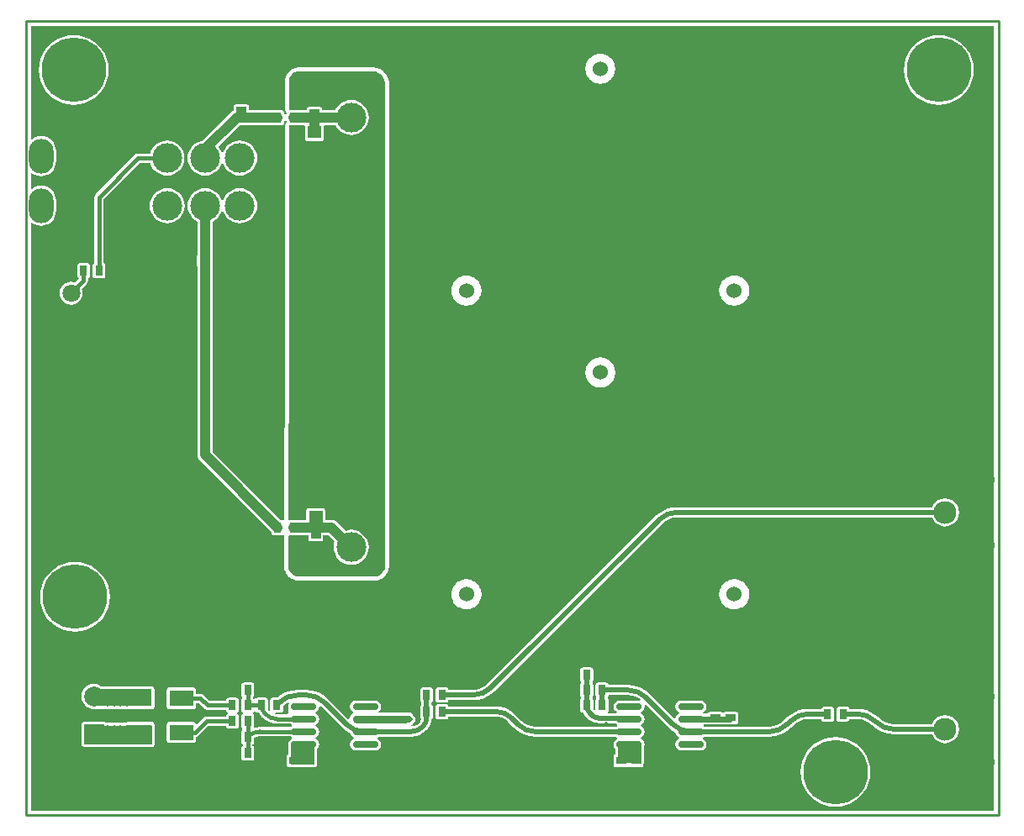
<source format=gtl>
G04 Layer_Physical_Order=1*
G04 Layer_Color=255*
%FSLAX25Y25*%
%MOIN*%
G70*
G01*
G75*
%ADD10C,0.05905*%
%ADD11C,0.01575*%
%ADD12C,0.01968*%
%ADD13R,0.09488X0.06496*%
%ADD14R,0.03150X0.03937*%
%ADD15O,0.10236X0.02756*%
%ADD16R,0.05315X0.05118*%
%ADD17R,0.03937X0.03150*%
%ADD18C,0.11811*%
%ADD19C,0.03937*%
%ADD20C,0.03150*%
%ADD21C,0.02362*%
%ADD22R,0.23500X0.07000*%
%ADD23R,0.24000X0.07500*%
%ADD24R,0.09182X0.08000*%
%ADD25C,0.01000*%
%ADD26C,0.11811*%
%ADD27C,0.06000*%
%ADD28C,0.07874*%
%ADD29R,0.07874X0.07874*%
%ADD30O,0.09842X0.13780*%
%ADD31C,0.07087*%
%ADD32C,0.25590*%
%ADD33C,0.09055*%
%ADD34C,0.13386*%
%ADD35C,0.01968*%
G36*
X383971Y1529D02*
X2029D01*
Y234809D01*
X2481Y235023D01*
X2824Y234742D01*
X3853Y234192D01*
X4969Y233853D01*
X6130Y233739D01*
X7291Y233853D01*
X8407Y234192D01*
X9436Y234742D01*
X10337Y235482D01*
X11077Y236383D01*
X11627Y237412D01*
X11965Y238528D01*
X12080Y239689D01*
Y243626D01*
X11965Y244787D01*
X11627Y245903D01*
X11077Y246932D01*
X10337Y247833D01*
X9436Y248573D01*
X8407Y249123D01*
X7291Y249462D01*
X6130Y249576D01*
X4969Y249462D01*
X3853Y249123D01*
X2824Y248573D01*
X2481Y248292D01*
X2029Y248505D01*
Y254495D01*
X2481Y254708D01*
X2824Y254427D01*
X3853Y253877D01*
X4969Y253538D01*
X6130Y253424D01*
X7291Y253538D01*
X8407Y253877D01*
X9436Y254427D01*
X10337Y255167D01*
X11077Y256068D01*
X11627Y257097D01*
X11965Y258213D01*
X12080Y259374D01*
Y263311D01*
X11965Y264472D01*
X11627Y265588D01*
X11077Y266617D01*
X10337Y267518D01*
X9436Y268258D01*
X8407Y268808D01*
X7291Y269147D01*
X6130Y269261D01*
X4969Y269147D01*
X3853Y268808D01*
X2824Y268258D01*
X2481Y267977D01*
X2029Y268191D01*
Y312971D01*
X383971D01*
Y1529D01*
D02*
G37*
%LPC*%
G36*
X19500Y100338D02*
X17335Y100168D01*
X15224Y99661D01*
X13218Y98830D01*
X11366Y97695D01*
X9715Y96285D01*
X8305Y94634D01*
X7170Y92782D01*
X6339Y90776D01*
X5832Y88665D01*
X5662Y86500D01*
X5832Y84335D01*
X6339Y82224D01*
X7170Y80218D01*
X8305Y78366D01*
X9715Y76715D01*
X11366Y75305D01*
X13218Y74170D01*
X15224Y73339D01*
X17335Y72832D01*
X19500Y72662D01*
X21665Y72832D01*
X23776Y73339D01*
X25782Y74170D01*
X27634Y75305D01*
X29285Y76715D01*
X30695Y78366D01*
X31830Y80218D01*
X32661Y82224D01*
X33168Y84335D01*
X33338Y86500D01*
X33168Y88665D01*
X32661Y90776D01*
X31830Y92782D01*
X30695Y94634D01*
X29285Y96285D01*
X27634Y97695D01*
X25782Y98830D01*
X23776Y99661D01*
X21665Y100168D01*
X19500Y100338D01*
D02*
G37*
G36*
X27000Y51980D02*
X25711Y51810D01*
X24510Y51313D01*
X23479Y50521D01*
X22688Y49490D01*
X22190Y48289D01*
X22020Y47000D01*
X22190Y45711D01*
X22688Y44510D01*
X23479Y43479D01*
X24510Y42687D01*
X25711Y42190D01*
X25962Y42157D01*
X26110Y42058D01*
X26500Y41980D01*
X32482D01*
X32500Y41977D01*
X32518Y41980D01*
X34982D01*
X35000Y41977D01*
X35018Y41980D01*
X37482D01*
X37500Y41977D01*
X37518Y41980D01*
X39982D01*
X40000Y41977D01*
X40018Y41980D01*
X50000D01*
X50390Y42058D01*
X50721Y42279D01*
X50942Y42610D01*
X51020Y43000D01*
Y50000D01*
X50942Y50390D01*
X50721Y50721D01*
X50390Y50942D01*
X50000Y51020D01*
X40018D01*
X40000Y51023D01*
X39982Y51020D01*
X37518D01*
X37500Y51023D01*
X37482Y51020D01*
X35018D01*
X35000Y51023D01*
X34982Y51020D01*
X32518D01*
X32500Y51023D01*
X32482Y51020D01*
X29871D01*
X29490Y51313D01*
X28289Y51810D01*
X27000Y51980D01*
D02*
G37*
G36*
X364500Y125576D02*
X363057Y125386D01*
X361712Y124829D01*
X360557Y123943D01*
X359671Y122788D01*
X359355Y122023D01*
X258142D01*
X258127Y122020D01*
X256262Y121874D01*
X254428Y121433D01*
X252685Y120711D01*
X251077Y119726D01*
X249654Y118510D01*
X249641Y118502D01*
X183022Y51883D01*
X182970Y51805D01*
X181828Y50868D01*
X180445Y50129D01*
X178943Y49673D01*
X177474Y49528D01*
X177382Y49547D01*
X167615D01*
X167548Y49882D01*
X167327Y50213D01*
X166997Y50434D01*
X166606Y50512D01*
X163457D01*
X163066Y50434D01*
X162736Y50213D01*
X162515Y49882D01*
X162437Y49492D01*
Y45555D01*
X162515Y45165D01*
X162736Y44834D01*
X163066Y44613D01*
X163457Y44536D01*
X166606D01*
X166997Y44613D01*
X167327Y44834D01*
X167548Y45165D01*
X167615Y45500D01*
X177382D01*
X177397Y45504D01*
X179262Y45650D01*
X181096Y46091D01*
X182839Y46813D01*
X184448Y47798D01*
X185870Y49014D01*
X185883Y49022D01*
X252502Y115641D01*
X252554Y115719D01*
X253696Y116656D01*
X255079Y117395D01*
X256581Y117851D01*
X258050Y117996D01*
X258142Y117977D01*
X359355D01*
X359671Y117213D01*
X360557Y116058D01*
X361712Y115172D01*
X363057Y114615D01*
X364500Y114425D01*
X365943Y114615D01*
X367287Y115172D01*
X368442Y116058D01*
X369328Y117213D01*
X369885Y118557D01*
X370075Y120000D01*
X369885Y121443D01*
X369328Y122788D01*
X368442Y123943D01*
X367287Y124829D01*
X365943Y125386D01*
X364500Y125576D01*
D02*
G37*
G36*
X280925Y93487D02*
X280859Y93474D01*
X280792Y93479D01*
X279507Y93309D01*
X279381Y93266D01*
X279250Y93240D01*
X278053Y92745D01*
X277942Y92671D01*
X277823Y92611D01*
X276795Y91823D01*
X276707Y91722D01*
X276606Y91635D01*
X275818Y90606D01*
X275759Y90487D01*
X275684Y90376D01*
X275189Y89179D01*
X275163Y89048D01*
X275120Y88922D01*
X274951Y87637D01*
X274959Y87504D01*
X274951Y87371D01*
X275120Y86086D01*
X275163Y85960D01*
X275189Y85829D01*
X275684Y84632D01*
X275759Y84521D01*
X275818Y84401D01*
X276606Y83373D01*
X276707Y83285D01*
X276795Y83185D01*
X277823Y82396D01*
X277942Y82337D01*
X278053Y82263D01*
X279250Y81767D01*
X279381Y81741D01*
X279507Y81699D01*
X280792Y81529D01*
X280859Y81534D01*
X280925Y81521D01*
X280991Y81534D01*
X281058Y81529D01*
X282343Y81699D01*
X282469Y81741D01*
X282600Y81767D01*
X283797Y82263D01*
X283908Y82337D01*
X284028Y82396D01*
X285056Y83185D01*
X285144Y83285D01*
X285244Y83373D01*
X286033Y84401D01*
X286092Y84521D01*
X286166Y84632D01*
X286662Y85829D01*
X286688Y85960D01*
X286731Y86086D01*
X286900Y87371D01*
X286891Y87504D01*
X286900Y87637D01*
X286731Y88922D01*
X286688Y89048D01*
X286662Y89179D01*
X286166Y90376D01*
X286092Y90487D01*
X286033Y90606D01*
X285244Y91635D01*
X285144Y91723D01*
X285056Y91823D01*
X284028Y92611D01*
X283908Y92671D01*
X283797Y92745D01*
X282600Y93240D01*
X282469Y93266D01*
X282343Y93309D01*
X281058Y93479D01*
X280991Y93474D01*
X280925Y93487D01*
D02*
G37*
G36*
X174744D02*
X174678Y93474D01*
X174611Y93479D01*
X173326Y93309D01*
X173200Y93266D01*
X173069Y93240D01*
X171872Y92745D01*
X171761Y92671D01*
X171642Y92611D01*
X170614Y91823D01*
X170526Y91723D01*
X170425Y91635D01*
X169636Y90606D01*
X169578Y90487D01*
X169503Y90376D01*
X169008Y89179D01*
X168982Y89048D01*
X168939Y88922D01*
X168770Y87637D01*
X168778Y87504D01*
X168770Y87371D01*
X168939Y86086D01*
X168982Y85960D01*
X169008Y85829D01*
X169503Y84632D01*
X169578Y84521D01*
X169636Y84401D01*
X170425Y83373D01*
X170526Y83285D01*
X170614Y83185D01*
X171642Y82396D01*
X171761Y82337D01*
X171872Y82263D01*
X173069Y81767D01*
X173200Y81741D01*
X173326Y81699D01*
X174611Y81529D01*
X174678Y81534D01*
X174744Y81521D01*
X174810Y81534D01*
X174877Y81529D01*
X176162Y81699D01*
X176288Y81741D01*
X176419Y81767D01*
X177616Y82263D01*
X177727Y82337D01*
X177847Y82396D01*
X178875Y83185D01*
X178963Y83285D01*
X179063Y83373D01*
X179852Y84401D01*
X179911Y84521D01*
X179985Y84632D01*
X180481Y85829D01*
X180507Y85960D01*
X180550Y86086D01*
X180719Y87371D01*
X180710Y87504D01*
X180719Y87637D01*
X180550Y88922D01*
X180507Y89048D01*
X180481Y89179D01*
X179985Y90376D01*
X179911Y90487D01*
X179852Y90606D01*
X179063Y91635D01*
X178963Y91723D01*
X178875Y91823D01*
X177847Y92611D01*
X177727Y92671D01*
X177616Y92745D01*
X176419Y93240D01*
X176288Y93266D01*
X176162Y93309D01*
X174877Y93479D01*
X174810Y93474D01*
X174744Y93487D01*
D02*
G37*
G36*
X89606Y52488D02*
X86457D01*
X86067Y52411D01*
X85736Y52189D01*
X85515Y51859D01*
X85437Y51468D01*
Y47532D01*
X85515Y47141D01*
X85736Y46810D01*
X85751Y46801D01*
Y46199D01*
X85736Y46189D01*
X85515Y45859D01*
X85437Y45469D01*
Y41532D01*
X85515Y41141D01*
X85736Y40810D01*
X86067Y40589D01*
X86067Y40589D01*
Y40080D01*
X86067Y40080D01*
X85736Y39859D01*
X85515Y39528D01*
X85437Y39138D01*
Y35201D01*
X85515Y34811D01*
X85736Y34480D01*
X85911Y34362D01*
X85925Y34323D01*
Y33846D01*
X85911Y33807D01*
X85736Y33689D01*
X85515Y33359D01*
X85437Y32969D01*
Y29032D01*
X85515Y28641D01*
X85736Y28310D01*
X86067Y28089D01*
X86209Y28061D01*
Y27439D01*
X86067Y27411D01*
X85736Y27189D01*
X85515Y26859D01*
X85437Y26469D01*
Y22532D01*
X85515Y22141D01*
X85736Y21811D01*
X86067Y21589D01*
X86457Y21512D01*
X89606D01*
X89996Y21589D01*
X90327Y21811D01*
X90548Y22141D01*
X90626Y22532D01*
Y26469D01*
X90548Y26859D01*
X90327Y27189D01*
X89996Y27411D01*
X89854Y27439D01*
Y28061D01*
X89996Y28089D01*
X90327Y28310D01*
X90548Y28641D01*
X90626Y29032D01*
Y30648D01*
X91557Y31034D01*
X92775Y31194D01*
X92860Y31178D01*
X105002D01*
X105627Y30760D01*
X105653Y30755D01*
Y30245D01*
X105627Y30240D01*
X104841Y29714D01*
X104315Y28928D01*
X104131Y28000D01*
X104298Y27156D01*
Y24080D01*
X104141Y24048D01*
X103811Y23827D01*
X103589Y23496D01*
X103512Y23106D01*
Y19957D01*
X103589Y19567D01*
X103811Y19236D01*
X104141Y19015D01*
X104532Y18937D01*
X108468D01*
X108686Y18980D01*
X110314D01*
X110531Y18937D01*
X114469D01*
X114859Y19015D01*
X115190Y19236D01*
X115216Y19276D01*
X115221Y19279D01*
X115442Y19610D01*
X115520Y20000D01*
Y26132D01*
X115750Y26286D01*
X116275Y27072D01*
X116460Y28000D01*
X116275Y28928D01*
X115750Y29714D01*
X114963Y30240D01*
X114937Y30245D01*
Y30755D01*
X114963Y30760D01*
X115750Y31286D01*
X116275Y32072D01*
X116460Y33000D01*
X116275Y33928D01*
X115750Y34714D01*
X114963Y35240D01*
X114937Y35245D01*
Y35755D01*
X114963Y35760D01*
X115750Y36286D01*
X116275Y37072D01*
X116460Y38000D01*
X116275Y38928D01*
X115750Y39714D01*
X114963Y40240D01*
X114937Y40245D01*
Y40755D01*
X114963Y40760D01*
X115750Y41286D01*
X116275Y42072D01*
X116460Y43000D01*
X116457Y43014D01*
X116886Y43271D01*
X116950Y43219D01*
X117002Y43141D01*
X125644Y34498D01*
X125657Y34490D01*
X127080Y33275D01*
X128681Y32294D01*
X128725Y32072D01*
X129250Y31286D01*
X130037Y30760D01*
X130062Y30755D01*
Y30245D01*
X130037Y30240D01*
X129250Y29714D01*
X128725Y28928D01*
X128540Y28000D01*
X128725Y27072D01*
X129250Y26286D01*
X130037Y25760D01*
X130965Y25576D01*
X138445D01*
X139373Y25760D01*
X140159Y26286D01*
X140685Y27072D01*
X140869Y28000D01*
X140685Y28928D01*
X140159Y29714D01*
X139469Y30176D01*
X139442Y30587D01*
X139471Y30730D01*
X139755Y30977D01*
X152672D01*
Y30973D01*
X154399Y31143D01*
X156060Y31647D01*
X157591Y32465D01*
X158933Y33567D01*
X158931Y33569D01*
X158959Y33612D01*
X159801Y34639D01*
X160451Y35854D01*
X160852Y37173D01*
X160940Y38075D01*
X161264Y38292D01*
X161485Y38623D01*
X161563Y39013D01*
Y42950D01*
X161485Y43340D01*
X161264Y43671D01*
X160992Y43853D01*
Y44652D01*
X161264Y44834D01*
X161485Y45165D01*
X161563Y45555D01*
Y49492D01*
X161485Y49882D01*
X161264Y50213D01*
X160933Y50434D01*
X160543Y50512D01*
X157394D01*
X157003Y50434D01*
X156673Y50213D01*
X156452Y49882D01*
X156374Y49492D01*
Y45555D01*
X156452Y45165D01*
X156673Y44834D01*
X156945Y44652D01*
Y43853D01*
X156673Y43671D01*
X156452Y43340D01*
X156374Y42950D01*
Y39013D01*
X156452Y38623D01*
X156673Y38292D01*
X156906Y38136D01*
X156858Y37767D01*
X156557Y37043D01*
X156107Y36456D01*
X156069Y36431D01*
X156018Y36353D01*
X155089Y35641D01*
X153923Y35158D01*
X153170Y35059D01*
X152989Y35539D01*
X153190Y35673D01*
X153410Y36004D01*
X153430Y36100D01*
X153931Y36435D01*
X154369Y37091D01*
X154523Y37865D01*
X154369Y38639D01*
X153931Y39296D01*
X153477Y39599D01*
X153410Y39933D01*
X153190Y40264D01*
X152859Y40485D01*
X152469Y40563D01*
X150759D01*
X150500Y40597D01*
X140029D01*
X139877Y41097D01*
X140159Y41286D01*
X140685Y42072D01*
X140869Y43000D01*
X140685Y43928D01*
X140159Y44714D01*
X139373Y45240D01*
X138445Y45425D01*
X130965D01*
X130037Y45240D01*
X129250Y44714D01*
X128725Y43928D01*
X128540Y43000D01*
X128725Y42072D01*
X129250Y41286D01*
X129880Y40864D01*
X129876Y40340D01*
X129867Y40318D01*
X129701Y40249D01*
X129164Y39836D01*
X128751Y39298D01*
X128491Y38672D01*
X128423Y38149D01*
X127947Y37918D01*
X119863Y46002D01*
X119850Y46010D01*
X118427Y47225D01*
X116819Y48211D01*
X115076Y48933D01*
X113242Y49373D01*
X111376Y49520D01*
X111361Y49523D01*
X107674D01*
X107659Y49520D01*
X105793Y49373D01*
X103959Y48933D01*
X102216Y48211D01*
X100608Y47225D01*
X99744Y46488D01*
X97957D01*
X97566Y46411D01*
X97236Y46189D01*
X97015Y45859D01*
X96937Y45469D01*
Y41532D01*
X96971Y41360D01*
X96517Y41078D01*
X96337Y41217D01*
X96289Y41289D01*
X96149Y41428D01*
X96063Y41892D01*
Y45469D01*
X95985Y45859D01*
X95764Y46189D01*
X95433Y46411D01*
X95043Y46488D01*
X91894D01*
X91504Y46411D01*
X91173Y46189D01*
X91127Y46121D01*
X90574Y46060D01*
X90312Y46308D01*
Y46801D01*
X90327Y46810D01*
X90548Y47141D01*
X90626Y47532D01*
Y51468D01*
X90548Y51859D01*
X90327Y52189D01*
X89996Y52411D01*
X89606Y52488D01*
D02*
G37*
G36*
X325606Y42988D02*
X322457D01*
X322066Y42911D01*
X321736Y42689D01*
X321515Y42359D01*
X321437Y41969D01*
Y38032D01*
X321515Y37641D01*
X321736Y37310D01*
X322066Y37089D01*
X322457Y37012D01*
X325606D01*
X325996Y37089D01*
X326327Y37310D01*
X326548Y37641D01*
X326615Y37977D01*
X329858D01*
X329950Y37995D01*
X331419Y37850D01*
X332921Y37395D01*
X334305Y36655D01*
X335446Y35719D01*
X335498Y35640D01*
X335640Y35499D01*
X335653Y35490D01*
X337076Y34275D01*
X338684Y33289D01*
X340427Y32567D01*
X342261Y32127D01*
X344127Y31980D01*
X344142Y31977D01*
X359355D01*
X359671Y31213D01*
X360557Y30058D01*
X361712Y29172D01*
X363057Y28615D01*
X364500Y28425D01*
X365943Y28615D01*
X367287Y29172D01*
X368442Y30058D01*
X369328Y31213D01*
X369885Y32557D01*
X370075Y34000D01*
X369885Y35443D01*
X369328Y36788D01*
X368442Y37943D01*
X367287Y38829D01*
X365943Y39386D01*
X364500Y39576D01*
X363057Y39386D01*
X361712Y38829D01*
X360557Y37943D01*
X359671Y36788D01*
X359355Y36023D01*
X344142D01*
X344050Y36005D01*
X342580Y36150D01*
X341079Y36605D01*
X339695Y37345D01*
X338554Y38282D01*
X338501Y38360D01*
X338359Y38502D01*
X338347Y38510D01*
X336924Y39725D01*
X335315Y40711D01*
X333573Y41433D01*
X331738Y41873D01*
X329873Y42020D01*
X329858Y42023D01*
X326615D01*
X326548Y42359D01*
X326327Y42689D01*
X325996Y42911D01*
X325606Y42988D01*
D02*
G37*
G36*
X321000Y30838D02*
X318835Y30668D01*
X316724Y30161D01*
X314718Y29330D01*
X312866Y28195D01*
X311215Y26785D01*
X309805Y25134D01*
X308670Y23282D01*
X307839Y21276D01*
X307332Y19165D01*
X307162Y17000D01*
X307332Y14835D01*
X307839Y12724D01*
X308670Y10718D01*
X309805Y8866D01*
X311215Y7215D01*
X312866Y5805D01*
X314718Y4670D01*
X316724Y3839D01*
X318835Y3332D01*
X321000Y3162D01*
X323165Y3332D01*
X325276Y3839D01*
X327282Y4670D01*
X329134Y5805D01*
X330785Y7215D01*
X332195Y8866D01*
X333330Y10718D01*
X334161Y12724D01*
X334668Y14835D01*
X334838Y17000D01*
X334668Y19165D01*
X334161Y21276D01*
X333330Y23282D01*
X332195Y25134D01*
X330785Y26785D01*
X329134Y28195D01*
X327282Y29330D01*
X325276Y30161D01*
X323165Y30668D01*
X321000Y30838D01*
D02*
G37*
G36*
X66492Y50520D02*
X57004D01*
X56614Y50442D01*
X56283Y50221D01*
X56062Y49890D01*
X55984Y49500D01*
Y43004D01*
X56062Y42614D01*
X56283Y42283D01*
X56614Y42062D01*
X57004Y41984D01*
X66492D01*
X66882Y42062D01*
X67213Y42283D01*
X67434Y42614D01*
X67512Y43004D01*
Y44430D01*
X68493D01*
X70711Y42211D01*
X70711Y42211D01*
X71303Y41816D01*
X72000Y41678D01*
X79374D01*
Y41532D01*
X79452Y41141D01*
X79673Y40810D01*
X80003Y40589D01*
X80004Y40589D01*
Y40080D01*
X80003Y40080D01*
X79673Y39859D01*
X79452Y39528D01*
X79374Y39138D01*
Y38992D01*
X71701D01*
X71701Y38992D01*
X71003Y38853D01*
X70412Y38458D01*
X70412Y38458D01*
X67991Y36037D01*
X67467Y36220D01*
X67434Y36386D01*
X67213Y36717D01*
X66882Y36938D01*
X66492Y37016D01*
X57004D01*
X56614Y36938D01*
X56283Y36717D01*
X56062Y36386D01*
X55984Y35996D01*
Y29500D01*
X56062Y29110D01*
X56283Y28779D01*
X56614Y28558D01*
X57004Y28480D01*
X66492D01*
X66882Y28558D01*
X67213Y28779D01*
X67434Y29110D01*
X67512Y29500D01*
Y30972D01*
X67977Y31064D01*
X68568Y31459D01*
X72456Y35347D01*
X79374D01*
Y35201D01*
X79452Y34811D01*
X79673Y34480D01*
X80003Y34259D01*
X80394Y34181D01*
X83543D01*
X83934Y34259D01*
X84264Y34480D01*
X84485Y34811D01*
X84563Y35201D01*
Y39138D01*
X84485Y39528D01*
X84264Y39859D01*
X83934Y40080D01*
X83933Y40080D01*
Y40589D01*
X83934Y40589D01*
X84264Y40810D01*
X84485Y41141D01*
X84563Y41532D01*
Y45469D01*
X84485Y45859D01*
X84264Y46189D01*
X83934Y46411D01*
X83543Y46488D01*
X80394D01*
X80003Y46411D01*
X79673Y46189D01*
X79452Y45859D01*
X79374Y45469D01*
Y45322D01*
X72755D01*
X70537Y47541D01*
X69945Y47936D01*
X69248Y48074D01*
X69248Y48074D01*
X67512D01*
Y49500D01*
X67434Y49890D01*
X67213Y50221D01*
X66882Y50442D01*
X66492Y50520D01*
D02*
G37*
G36*
X49996Y37016D02*
X40508D01*
X40118Y36938D01*
X39787Y36717D01*
X39655Y36520D01*
X37518D01*
X37500Y36523D01*
X37482Y36520D01*
X35018D01*
X35000Y36523D01*
X34982Y36520D01*
X32518D01*
X32500Y36523D01*
X32482Y36520D01*
X31750D01*
X31658Y36658D01*
X31327Y36879D01*
X30937Y36957D01*
X23063D01*
X22673Y36879D01*
X22342Y36658D01*
X22121Y36327D01*
X22043Y35937D01*
Y28063D01*
X22121Y27673D01*
X22342Y27342D01*
X22673Y27121D01*
X23063Y27043D01*
X25683D01*
X26000Y26980D01*
X50000D01*
X50390Y27058D01*
X50721Y27279D01*
X50942Y27610D01*
X51020Y28000D01*
Y35500D01*
X51016Y35520D01*
Y35996D01*
X50938Y36386D01*
X50717Y36717D01*
X50386Y36938D01*
X49996Y37016D01*
D02*
G37*
G36*
X224043Y58488D02*
X220894D01*
X220503Y58411D01*
X220173Y58189D01*
X219952Y57859D01*
X219874Y57468D01*
Y53531D01*
X219952Y53141D01*
X220173Y52811D01*
X220198Y52794D01*
Y52206D01*
X220173Y52189D01*
X219952Y51859D01*
X219874Y51468D01*
Y47532D01*
X219952Y47141D01*
X220173Y46811D01*
Y46213D01*
X219952Y45882D01*
X219874Y45492D01*
Y41555D01*
X219952Y41164D01*
X220173Y40834D01*
X220503Y40613D01*
X220894Y40535D01*
X221172D01*
X221602Y39731D01*
X222412Y38743D01*
X222446Y38693D01*
X223070Y38069D01*
X223090Y38036D01*
X223445Y37764D01*
X224252Y37145D01*
X225606Y36584D01*
X226720Y36437D01*
X227059Y36369D01*
X233785D01*
X233841Y36286D01*
X234531Y35824D01*
X234558Y35413D01*
X234529Y35270D01*
X234245Y35023D01*
X202142D01*
X202050Y35005D01*
X200581Y35149D01*
X199079Y35605D01*
X197695Y36345D01*
X196554Y37281D01*
X196502Y37359D01*
X193931Y39931D01*
X193885Y39961D01*
X192675Y40995D01*
X191271Y41855D01*
X189751Y42485D01*
X188150Y42869D01*
X186564Y42994D01*
X186510Y43004D01*
X167615D01*
X167548Y43340D01*
X167327Y43671D01*
X166997Y43892D01*
X166606Y43969D01*
X163457D01*
X163066Y43892D01*
X162736Y43671D01*
X162515Y43340D01*
X162437Y42950D01*
Y39013D01*
X162515Y38623D01*
X162736Y38292D01*
X163066Y38071D01*
X163457Y37993D01*
X166606D01*
X166997Y38071D01*
X167327Y38292D01*
X167548Y38623D01*
X167615Y38958D01*
X186510D01*
X186577Y38972D01*
X187772Y38854D01*
X188985Y38486D01*
X190103Y37888D01*
X191031Y37126D01*
X191069Y37069D01*
X193640Y34498D01*
X193653Y34490D01*
X195076Y33275D01*
X196685Y32289D01*
X198427Y31567D01*
X200262Y31127D01*
X202127Y30980D01*
X202142Y30977D01*
X234303D01*
X234627Y30760D01*
X234653Y30755D01*
Y30245D01*
X234627Y30240D01*
X233841Y29714D01*
X233315Y28928D01*
X233131Y28000D01*
X233315Y27072D01*
X233798Y26349D01*
Y24080D01*
X233641Y24048D01*
X233311Y23827D01*
X233089Y23496D01*
X233012Y23106D01*
Y19957D01*
X233089Y19567D01*
X233311Y19236D01*
X233641Y19015D01*
X234032Y18937D01*
X237968D01*
X238359Y19015D01*
X238689Y19236D01*
X238717Y19276D01*
X239283D01*
X239311Y19236D01*
X239641Y19015D01*
X240032Y18937D01*
X243969D01*
X244359Y19015D01*
X244689Y19236D01*
X244911Y19567D01*
X244988Y19957D01*
Y20342D01*
X245020Y20500D01*
Y26689D01*
X245275Y27072D01*
X245460Y28000D01*
X245275Y28928D01*
X244750Y29714D01*
X243963Y30240D01*
X243937Y30245D01*
Y30755D01*
X243963Y30760D01*
X244750Y31286D01*
X245275Y32072D01*
X245460Y33000D01*
X245275Y33928D01*
X244750Y34714D01*
X243963Y35240D01*
X243937Y35245D01*
Y35755D01*
X243963Y35760D01*
X244750Y36286D01*
X245275Y37072D01*
X245460Y38000D01*
X245275Y38928D01*
X244750Y39714D01*
X243963Y40240D01*
X243937Y40245D01*
Y40755D01*
X243963Y40760D01*
X244750Y41286D01*
X245275Y42072D01*
X245460Y43000D01*
X245343Y43589D01*
X245804Y43835D01*
X255140Y34498D01*
X255153Y34490D01*
X256576Y33275D01*
X257612Y32640D01*
X257725Y32072D01*
X258250Y31286D01*
X259037Y30760D01*
X259063Y30755D01*
Y30245D01*
X259037Y30240D01*
X258250Y29714D01*
X257725Y28928D01*
X257540Y28000D01*
X257725Y27072D01*
X258250Y26286D01*
X259037Y25760D01*
X259965Y25576D01*
X267445D01*
X268373Y25760D01*
X269159Y26286D01*
X269685Y27072D01*
X269869Y28000D01*
X269685Y28928D01*
X269159Y29714D01*
X268469Y30176D01*
X268442Y30587D01*
X268471Y30730D01*
X268755Y30977D01*
X294858D01*
X294873Y30980D01*
X296738Y31127D01*
X298573Y31567D01*
X300315Y32289D01*
X301924Y33275D01*
X303347Y34490D01*
X303360Y34498D01*
X304502Y35640D01*
X304554Y35719D01*
X305695Y36655D01*
X307079Y37395D01*
X308581Y37850D01*
X310050Y37995D01*
X310142Y37977D01*
X315385D01*
X315452Y37641D01*
X315673Y37310D01*
X316003Y37089D01*
X316394Y37012D01*
X319543D01*
X319934Y37089D01*
X320264Y37310D01*
X320485Y37641D01*
X320563Y38032D01*
Y41969D01*
X320485Y42359D01*
X320264Y42689D01*
X319934Y42911D01*
X319543Y42988D01*
X316394D01*
X316003Y42911D01*
X315673Y42689D01*
X315452Y42359D01*
X315385Y42023D01*
X310142D01*
X310127Y42020D01*
X308262Y41873D01*
X306427Y41433D01*
X304685Y40711D01*
X303076Y39725D01*
X301653Y38510D01*
X301641Y38502D01*
X300498Y37359D01*
X300446Y37281D01*
X299305Y36345D01*
X297921Y35605D01*
X296419Y35149D01*
X294950Y35005D01*
X294858Y35023D01*
X268782D01*
X268695Y35147D01*
X268689Y35630D01*
X268838Y35776D01*
X279031D01*
X279031Y35776D01*
X279524Y35874D01*
X281469D01*
X281859Y35952D01*
X282189Y36173D01*
X282411Y36503D01*
X282488Y36894D01*
Y40043D01*
X282411Y40433D01*
X282189Y40764D01*
X281859Y40985D01*
X281469Y41063D01*
X277532D01*
X277141Y40985D01*
X276811Y40764D01*
X276801Y40749D01*
X276199D01*
X276189Y40764D01*
X275859Y40985D01*
X275468Y41063D01*
X271532D01*
X271141Y40985D01*
X270811Y40764D01*
X270589Y40433D01*
X270548Y40224D01*
X268397D01*
X268373Y40240D01*
X268347Y40245D01*
Y40755D01*
X268373Y40760D01*
X269159Y41286D01*
X269685Y42072D01*
X269869Y43000D01*
X269685Y43928D01*
X269159Y44714D01*
X268373Y45240D01*
X267445Y45425D01*
X259965D01*
X259037Y45240D01*
X258250Y44714D01*
X257725Y43928D01*
X257540Y43000D01*
X257725Y42072D01*
X258250Y41286D01*
X259037Y40760D01*
X259063Y40755D01*
Y40245D01*
X259037Y40240D01*
X258250Y39714D01*
X257725Y38928D01*
X257628Y38441D01*
X257085Y38276D01*
X247359Y48002D01*
X247347Y48010D01*
X245924Y49225D01*
X244315Y50211D01*
X242573Y50933D01*
X240738Y51373D01*
X238873Y51520D01*
X238858Y51523D01*
X231115D01*
X231048Y51859D01*
X230827Y52189D01*
X230497Y52411D01*
X230106Y52488D01*
X226957D01*
X226567Y52411D01*
X226236Y52189D01*
X226015Y51859D01*
X225937Y51468D01*
Y47532D01*
X226015Y47141D01*
X226236Y46811D01*
Y46213D01*
X226015Y45882D01*
X225937Y45492D01*
Y41964D01*
X225462Y41570D01*
X225278Y41601D01*
X225063Y41952D01*
Y45492D01*
X224985Y45882D01*
X224764Y46213D01*
Y46811D01*
X224985Y47141D01*
X225063Y47532D01*
Y51468D01*
X224985Y51859D01*
X224764Y52189D01*
X224739Y52206D01*
Y52794D01*
X224764Y52811D01*
X224985Y53141D01*
X225063Y53531D01*
Y57468D01*
X224985Y57859D01*
X224764Y58189D01*
X224433Y58411D01*
X224043Y58488D01*
D02*
G37*
G36*
X362000Y309338D02*
X359835Y309168D01*
X357724Y308661D01*
X355718Y307830D01*
X353866Y306695D01*
X352215Y305285D01*
X350805Y303634D01*
X349670Y301782D01*
X348839Y299776D01*
X348332Y297665D01*
X348162Y295500D01*
X348332Y293335D01*
X348839Y291224D01*
X349670Y289218D01*
X350805Y287366D01*
X352215Y285715D01*
X353866Y284305D01*
X355718Y283170D01*
X357724Y282339D01*
X359835Y281832D01*
X362000Y281662D01*
X364165Y281832D01*
X366276Y282339D01*
X368282Y283170D01*
X370134Y284305D01*
X371785Y285715D01*
X373195Y287366D01*
X374330Y289218D01*
X375161Y291224D01*
X375668Y293335D01*
X375838Y295500D01*
X375668Y297665D01*
X375161Y299776D01*
X374330Y301782D01*
X373195Y303634D01*
X371785Y305285D01*
X370134Y306695D01*
X368282Y307830D01*
X366276Y308661D01*
X364165Y309168D01*
X362000Y309338D01*
D02*
G37*
G36*
X56130Y248596D02*
X54776Y248463D01*
X53474Y248068D01*
X52275Y247427D01*
X51223Y246564D01*
X50360Y245513D01*
X49719Y244313D01*
X49324Y243011D01*
X49191Y241657D01*
X49324Y240304D01*
X49719Y239002D01*
X50360Y237802D01*
X51223Y236751D01*
X52275Y235888D01*
X53474Y235247D01*
X54776Y234852D01*
X56130Y234719D01*
X57484Y234852D01*
X58785Y235247D01*
X59985Y235888D01*
X61036Y236751D01*
X61899Y237802D01*
X62541Y239002D01*
X62936Y240304D01*
X63069Y241657D01*
X62936Y243011D01*
X62541Y244313D01*
X61899Y245513D01*
X61036Y246564D01*
X59985Y247427D01*
X58785Y248068D01*
X57484Y248463D01*
X56130Y248596D01*
D02*
G37*
G36*
X56053Y267494D02*
X54700Y267361D01*
X53398Y266966D01*
X52198Y266325D01*
X51147Y265462D01*
X50284Y264410D01*
X49643Y263211D01*
X49390Y262378D01*
X44555D01*
X43858Y262239D01*
X43266Y261844D01*
X43266Y261844D01*
X27743Y246320D01*
X27348Y245729D01*
X27209Y245031D01*
X27209Y245031D01*
Y218939D01*
X27066Y218911D01*
X26736Y218689D01*
X26515Y218359D01*
X26437Y217969D01*
Y214032D01*
X26515Y213641D01*
X26736Y213311D01*
X27066Y213089D01*
X27457Y213012D01*
X30606D01*
X30997Y213089D01*
X31327Y213311D01*
X31548Y213641D01*
X31626Y214032D01*
Y217969D01*
X31548Y218359D01*
X31327Y218689D01*
X30997Y218911D01*
X30854Y218939D01*
Y244277D01*
X45310Y258733D01*
X49390D01*
X49643Y257900D01*
X50284Y256700D01*
X51147Y255649D01*
X52198Y254786D01*
X53398Y254144D01*
X54700Y253749D01*
X56053Y253616D01*
X57407Y253749D01*
X58709Y254144D01*
X59908Y254786D01*
X60960Y255649D01*
X61823Y256700D01*
X62464Y257900D01*
X62859Y259201D01*
X62992Y260555D01*
X62859Y261909D01*
X62464Y263211D01*
X61823Y264410D01*
X60960Y265462D01*
X59908Y266325D01*
X58709Y266966D01*
X57407Y267361D01*
X56053Y267494D01*
D02*
G37*
G36*
X137993Y296606D02*
X108106D01*
X107951Y296575D01*
X107793D01*
X107020Y296421D01*
X106874Y296361D01*
X106719Y296330D01*
X105991Y296028D01*
X105859Y295940D01*
X105713Y295880D01*
X105058Y295442D01*
X104946Y295330D01*
X104815Y295242D01*
X104258Y294685D01*
X104170Y294554D01*
X104058Y294442D01*
X103620Y293787D01*
X103560Y293641D01*
X103472Y293509D01*
X103170Y292781D01*
X103139Y292626D01*
X103079Y292480D01*
X102925Y291707D01*
Y291549D01*
X102894Y291394D01*
Y279653D01*
X103017Y279039D01*
X103365Y278518D01*
X103437Y278470D01*
Y278159D01*
X103271Y277757D01*
X102799D01*
X102563Y278188D01*
Y278634D01*
X102485Y279024D01*
X102264Y279355D01*
X101934Y279576D01*
X101543Y279653D01*
X100014D01*
X99968Y279660D01*
X88488D01*
Y281043D01*
X88411Y281434D01*
X88190Y281764D01*
X87859Y281985D01*
X87468Y282063D01*
X83531D01*
X83141Y281985D01*
X82810Y281764D01*
X82590Y281434D01*
X82512Y281043D01*
Y279401D01*
X82168Y279258D01*
X81548Y278783D01*
X70165Y267399D01*
X69776Y267361D01*
X68475Y266966D01*
X67275Y266325D01*
X66223Y265462D01*
X65360Y264410D01*
X64719Y263211D01*
X64324Y261909D01*
X64191Y260555D01*
X64324Y259201D01*
X64719Y257900D01*
X65360Y256700D01*
X66223Y255649D01*
X67275Y254786D01*
X68475Y254144D01*
X69776Y253749D01*
X71130Y253616D01*
X72484Y253749D01*
X73785Y254144D01*
X74985Y254786D01*
X76037Y255649D01*
X76899Y256700D01*
X77541Y257900D01*
X77739Y258553D01*
X78261D01*
X78459Y257900D01*
X79101Y256700D01*
X79963Y255649D01*
X81015Y254786D01*
X82215Y254144D01*
X83516Y253749D01*
X84870Y253616D01*
X86224Y253749D01*
X87525Y254144D01*
X88725Y254786D01*
X89777Y255649D01*
X90640Y256700D01*
X91281Y257900D01*
X91676Y259201D01*
X91809Y260555D01*
X91676Y261909D01*
X91281Y263211D01*
X90640Y264410D01*
X89777Y265462D01*
X88725Y266325D01*
X87525Y266966D01*
X86224Y267361D01*
X84870Y267494D01*
X83516Y267361D01*
X82215Y266966D01*
X81015Y266325D01*
X79963Y265462D01*
X79101Y264410D01*
X78459Y263211D01*
X78261Y262558D01*
X77739D01*
X77541Y263211D01*
X76899Y264410D01*
X76334Y265099D01*
X84906Y273671D01*
X99968D01*
X100014Y273677D01*
X101543D01*
X101934Y273755D01*
X102264Y273976D01*
X102485Y274307D01*
X102563Y274697D01*
Y275172D01*
X102729Y275574D01*
X103200D01*
X103437Y275143D01*
Y274861D01*
X103365Y274813D01*
X103017Y274292D01*
X102894Y273677D01*
Y193686D01*
X102851Y193468D01*
Y189532D01*
X102878Y189397D01*
X102492Y117338D01*
X102522Y117187D01*
X102521Y117120D01*
X102293Y116928D01*
X102066Y116822D01*
X101934Y116911D01*
X101543Y116988D01*
X101215D01*
X74124Y144079D01*
Y235428D01*
X74985Y235888D01*
X76037Y236751D01*
X76899Y237802D01*
X77541Y239002D01*
X77739Y239655D01*
X78261D01*
X78459Y239002D01*
X79101Y237802D01*
X79963Y236751D01*
X81015Y235888D01*
X82215Y235247D01*
X83516Y234852D01*
X84870Y234719D01*
X86224Y234852D01*
X87525Y235247D01*
X88725Y235888D01*
X89777Y236751D01*
X90640Y237802D01*
X91281Y239002D01*
X91676Y240304D01*
X91809Y241657D01*
X91676Y243011D01*
X91281Y244313D01*
X90640Y245513D01*
X89777Y246564D01*
X88725Y247427D01*
X87525Y248068D01*
X86224Y248463D01*
X84870Y248596D01*
X83516Y248463D01*
X82215Y248068D01*
X81015Y247427D01*
X79963Y246564D01*
X79101Y245513D01*
X78459Y244313D01*
X78261Y243660D01*
X77739D01*
X77541Y244313D01*
X76899Y245513D01*
X76037Y246564D01*
X74985Y247427D01*
X73785Y248068D01*
X72484Y248463D01*
X71130Y248596D01*
X69776Y248463D01*
X68475Y248068D01*
X67275Y247427D01*
X66223Y246564D01*
X65360Y245513D01*
X64719Y244313D01*
X64324Y243011D01*
X64191Y241657D01*
X64324Y240304D01*
X64719Y239002D01*
X65360Y237802D01*
X66223Y236751D01*
X67275Y235888D01*
X68136Y235428D01*
Y222540D01*
X68015Y222359D01*
X67937Y221969D01*
Y218032D01*
X68015Y217641D01*
X68136Y217460D01*
Y142839D01*
X68238Y142064D01*
X68537Y141341D01*
X69013Y140721D01*
X97374Y112360D01*
Y112031D01*
X97452Y111641D01*
X97673Y111311D01*
X98004Y111090D01*
X98394Y111012D01*
X99923D01*
X99968Y111006D01*
X100014Y111012D01*
X101543D01*
X101934Y111090D01*
X102053Y111170D01*
X102514Y110876D01*
X102511Y110858D01*
X102456Y110589D01*
X102394Y99009D01*
X102395Y99004D01*
X102394Y99000D01*
Y98557D01*
X102425Y98402D01*
Y98243D01*
X102598Y97374D01*
X102659Y97228D01*
X102690Y97073D01*
X103029Y96254D01*
X103117Y96122D01*
X103177Y95976D01*
X103670Y95239D01*
X103781Y95127D01*
X103869Y94996D01*
X104496Y94369D01*
X104628Y94281D01*
X104739Y94170D01*
X105476Y93677D01*
X105622Y93617D01*
X105754Y93529D01*
X106573Y93190D01*
X106728Y93159D01*
X106874Y93098D01*
X107744Y92925D01*
X107902D01*
X108057Y92894D01*
X138443D01*
X138598Y92925D01*
X138756D01*
X139626Y93098D01*
X139772Y93159D01*
X139927Y93190D01*
X140746Y93529D01*
X140877Y93617D01*
X141024Y93677D01*
X141761Y94170D01*
X141873Y94281D01*
X142004Y94369D01*
X142631Y94996D01*
X142719Y95127D01*
X142830Y95239D01*
X143323Y95976D01*
X143383Y96122D01*
X143471Y96254D01*
X143810Y97073D01*
X143841Y97228D01*
X143902Y97374D01*
X144075Y98243D01*
Y98402D01*
X144106Y98557D01*
Y99000D01*
Y290000D01*
Y290493D01*
X144075Y290648D01*
Y290806D01*
X143883Y291772D01*
X143822Y291918D01*
X143791Y292073D01*
X143414Y292983D01*
X143326Y293114D01*
X143266Y293260D01*
X142719Y294079D01*
X142607Y294191D01*
X142519Y294323D01*
X141823Y295019D01*
X141691Y295107D01*
X141579Y295219D01*
X140760Y295766D01*
X140614Y295827D01*
X140483Y295914D01*
X139573Y296291D01*
X139418Y296322D01*
X139272Y296383D01*
X138306Y296575D01*
X138148D01*
X137993Y296606D01*
D02*
G37*
G36*
X19000Y309338D02*
X16835Y309168D01*
X14724Y308661D01*
X12718Y307830D01*
X10866Y306695D01*
X9215Y305285D01*
X7805Y303634D01*
X6670Y301782D01*
X5839Y299776D01*
X5332Y297665D01*
X5162Y295500D01*
X5332Y293335D01*
X5839Y291224D01*
X6670Y289218D01*
X7805Y287366D01*
X9215Y285715D01*
X10866Y284305D01*
X12718Y283170D01*
X14724Y282339D01*
X16835Y281832D01*
X19000Y281662D01*
X21165Y281832D01*
X23276Y282339D01*
X25282Y283170D01*
X27134Y284305D01*
X28785Y285715D01*
X30195Y287366D01*
X31330Y289218D01*
X32161Y291224D01*
X32668Y293335D01*
X32838Y295500D01*
X32668Y297665D01*
X32161Y299776D01*
X31330Y301782D01*
X30195Y303634D01*
X28785Y305285D01*
X27134Y306695D01*
X25282Y307830D01*
X23276Y308661D01*
X21165Y309168D01*
X19000Y309338D01*
D02*
G37*
G36*
X24543Y218988D02*
X21394D01*
X21003Y218911D01*
X20673Y218689D01*
X20452Y218359D01*
X20374Y217969D01*
Y214032D01*
X20452Y213641D01*
X20673Y213311D01*
X20934Y213136D01*
X21003Y212779D01*
X21003Y212580D01*
X19655Y211232D01*
X19186Y211426D01*
X18000Y211582D01*
X16814Y211426D01*
X15709Y210969D01*
X14760Y210240D01*
X14031Y209291D01*
X13574Y208186D01*
X13418Y207000D01*
X13574Y205814D01*
X14031Y204709D01*
X14760Y203760D01*
X15709Y203031D01*
X16814Y202574D01*
X18000Y202417D01*
X19186Y202574D01*
X20291Y203031D01*
X21240Y203760D01*
X21969Y204709D01*
X22426Y205814D01*
X22582Y207000D01*
X22426Y208186D01*
X22232Y208655D01*
X24257Y210680D01*
X24652Y211271D01*
X24791Y211968D01*
X24791Y211968D01*
Y213061D01*
X24934Y213089D01*
X25264Y213311D01*
X25485Y213641D01*
X25563Y214032D01*
Y217969D01*
X25485Y218359D01*
X25264Y218689D01*
X24934Y218911D01*
X24543Y218988D01*
D02*
G37*
G36*
X227854Y181479D02*
X227788Y181466D01*
X227721Y181471D01*
X226436Y181301D01*
X226310Y181259D01*
X226179Y181233D01*
X224982Y180737D01*
X224871Y180663D01*
X224752Y180604D01*
X223724Y179815D01*
X223636Y179715D01*
X223536Y179627D01*
X222747Y178599D01*
X222688Y178479D01*
X222614Y178368D01*
X222118Y177171D01*
X222092Y177040D01*
X222049Y176914D01*
X221880Y175629D01*
X221888Y175496D01*
X221880Y175363D01*
X222049Y174078D01*
X222092Y173952D01*
X222118Y173821D01*
X222614Y172624D01*
X222688Y172513D01*
X222747Y172394D01*
X223536Y171365D01*
X223636Y171277D01*
X223724Y171177D01*
X224752Y170388D01*
X224871Y170329D01*
X224982Y170255D01*
X226179Y169760D01*
X226310Y169734D01*
X226436Y169691D01*
X227721Y169521D01*
X227788Y169526D01*
X227854Y169513D01*
X227920Y169526D01*
X227987Y169521D01*
X229272Y169691D01*
X229398Y169734D01*
X229529Y169760D01*
X230726Y170255D01*
X230837Y170329D01*
X230957Y170388D01*
X231985Y171177D01*
X232073Y171277D01*
X232173Y171365D01*
X232962Y172394D01*
X233021Y172513D01*
X233095Y172624D01*
X233591Y173821D01*
X233617Y173952D01*
X233660Y174078D01*
X233829Y175363D01*
X233820Y175496D01*
X233829Y175629D01*
X233660Y176914D01*
X233617Y177040D01*
X233591Y177171D01*
X233095Y178368D01*
X233021Y178479D01*
X232962Y178599D01*
X232173Y179627D01*
X232073Y179715D01*
X231985Y179815D01*
X230957Y180604D01*
X230837Y180663D01*
X230726Y180737D01*
X229529Y181233D01*
X229398Y181259D01*
X229272Y181301D01*
X227987Y181471D01*
X227920Y181466D01*
X227854Y181479D01*
D02*
G37*
G36*
X174744Y213987D02*
X174678Y213974D01*
X174611Y213979D01*
X173326Y213809D01*
X173200Y213767D01*
X173069Y213740D01*
X171872Y213245D01*
X171761Y213171D01*
X171642Y213111D01*
X170614Y212323D01*
X170526Y212222D01*
X170425Y212135D01*
X169636Y211106D01*
X169578Y210987D01*
X169503Y210876D01*
X169008Y209679D01*
X168982Y209548D01*
X168939Y209422D01*
X168770Y208137D01*
X168778Y208004D01*
X168770Y207871D01*
X168939Y206586D01*
X168982Y206460D01*
X169008Y206329D01*
X169503Y205132D01*
X169578Y205021D01*
X169636Y204901D01*
X170425Y203873D01*
X170526Y203785D01*
X170614Y203685D01*
X171642Y202896D01*
X171761Y202837D01*
X171872Y202763D01*
X173069Y202267D01*
X173200Y202241D01*
X173326Y202199D01*
X174611Y202029D01*
X174678Y202034D01*
X174744Y202021D01*
X174810Y202034D01*
X174877Y202029D01*
X176162Y202199D01*
X176288Y202241D01*
X176419Y202267D01*
X177616Y202763D01*
X177727Y202837D01*
X177847Y202896D01*
X178875Y203685D01*
X178963Y203785D01*
X179063Y203873D01*
X179852Y204901D01*
X179911Y205021D01*
X179985Y205132D01*
X180481Y206329D01*
X180507Y206460D01*
X180550Y206586D01*
X180719Y207871D01*
X180710Y208004D01*
X180719Y208137D01*
X180550Y209422D01*
X180507Y209548D01*
X180481Y209679D01*
X179985Y210876D01*
X179911Y210987D01*
X179852Y211106D01*
X179063Y212135D01*
X178963Y212223D01*
X178875Y212323D01*
X177847Y213111D01*
X177727Y213171D01*
X177616Y213245D01*
X176419Y213740D01*
X176288Y213767D01*
X176162Y213809D01*
X174877Y213979D01*
X174810Y213974D01*
X174744Y213987D01*
D02*
G37*
G36*
X227854Y301979D02*
X227788Y301966D01*
X227721Y301971D01*
X226436Y301801D01*
X226310Y301759D01*
X226179Y301733D01*
X224982Y301237D01*
X224871Y301163D01*
X224752Y301104D01*
X223724Y300315D01*
X223636Y300215D01*
X223536Y300127D01*
X222747Y299099D01*
X222688Y298979D01*
X222614Y298868D01*
X222118Y297671D01*
X222092Y297540D01*
X222049Y297414D01*
X221880Y296129D01*
X221888Y295996D01*
X221880Y295863D01*
X222049Y294578D01*
X222092Y294452D01*
X222118Y294321D01*
X222614Y293124D01*
X222688Y293013D01*
X222747Y292894D01*
X223536Y291865D01*
X223636Y291778D01*
X223724Y291677D01*
X224752Y290888D01*
X224871Y290829D01*
X224982Y290755D01*
X226179Y290260D01*
X226310Y290233D01*
X226436Y290191D01*
X227721Y290021D01*
X227788Y290026D01*
X227854Y290013D01*
X227920Y290026D01*
X227987Y290021D01*
X229272Y290191D01*
X229398Y290233D01*
X229529Y290260D01*
X230726Y290755D01*
X230837Y290829D01*
X230957Y290888D01*
X231985Y291677D01*
X232073Y291778D01*
X232173Y291865D01*
X232962Y292894D01*
X233021Y293013D01*
X233095Y293124D01*
X233591Y294321D01*
X233617Y294452D01*
X233660Y294578D01*
X233829Y295863D01*
X233820Y295996D01*
X233829Y296129D01*
X233660Y297414D01*
X233617Y297540D01*
X233591Y297671D01*
X233095Y298868D01*
X233021Y298979D01*
X232962Y299099D01*
X232173Y300127D01*
X232073Y300215D01*
X231985Y300315D01*
X230957Y301104D01*
X230837Y301163D01*
X230726Y301237D01*
X229529Y301733D01*
X229398Y301759D01*
X229272Y301801D01*
X227987Y301971D01*
X227920Y301966D01*
X227854Y301979D01*
D02*
G37*
G36*
X280925Y213987D02*
X280859Y213974D01*
X280792Y213979D01*
X279507Y213809D01*
X279381Y213767D01*
X279250Y213740D01*
X278053Y213245D01*
X277942Y213171D01*
X277823Y213111D01*
X276795Y212323D01*
X276707Y212222D01*
X276606Y212135D01*
X275818Y211106D01*
X275759Y210987D01*
X275684Y210876D01*
X275189Y209679D01*
X275163Y209548D01*
X275120Y209422D01*
X274951Y208137D01*
X274959Y208004D01*
X274951Y207871D01*
X275120Y206586D01*
X275163Y206460D01*
X275189Y206329D01*
X275684Y205132D01*
X275759Y205021D01*
X275818Y204901D01*
X276606Y203873D01*
X276707Y203785D01*
X276795Y203685D01*
X277823Y202896D01*
X277942Y202837D01*
X278053Y202763D01*
X279250Y202267D01*
X279381Y202241D01*
X279507Y202199D01*
X280792Y202029D01*
X280859Y202034D01*
X280925Y202021D01*
X280991Y202034D01*
X281058Y202029D01*
X282343Y202199D01*
X282469Y202241D01*
X282600Y202267D01*
X283797Y202763D01*
X283908Y202837D01*
X284028Y202896D01*
X285056Y203685D01*
X285144Y203785D01*
X285244Y203873D01*
X286033Y204901D01*
X286092Y205021D01*
X286166Y205132D01*
X286662Y206329D01*
X286688Y206460D01*
X286731Y206586D01*
X286900Y207871D01*
X286891Y208004D01*
X286900Y208137D01*
X286731Y209422D01*
X286688Y209548D01*
X286662Y209679D01*
X286166Y210876D01*
X286092Y210987D01*
X286033Y211106D01*
X285244Y212135D01*
X285144Y212223D01*
X285056Y212323D01*
X284028Y213111D01*
X283908Y213171D01*
X283797Y213245D01*
X282600Y213740D01*
X282469Y213767D01*
X282343Y213809D01*
X281058Y213979D01*
X280991Y213974D01*
X280925Y213987D01*
D02*
G37*
%LPD*%
G36*
X91028Y41028D02*
X91173Y40810D01*
X91504Y40589D01*
X91894Y40512D01*
X92403D01*
X92757Y39849D01*
X93553Y38879D01*
X93572Y38851D01*
X93711Y38711D01*
X93707Y38707D01*
X95019Y37630D01*
X96515Y36830D01*
X98139Y36337D01*
X99828Y36171D01*
Y36178D01*
X105002D01*
X105627Y35760D01*
X105653Y35755D01*
Y35245D01*
X105627Y35240D01*
X105002Y34822D01*
X92860D01*
Y34829D01*
X91171Y34663D01*
X90978Y34604D01*
X90943Y34621D01*
X90588Y35008D01*
X90626Y35201D01*
Y39138D01*
X90548Y39528D01*
X90327Y39859D01*
X89996Y40080D01*
X89996Y40080D01*
Y40589D01*
X89996Y40589D01*
X90327Y40810D01*
X90472Y41028D01*
X90624Y41063D01*
X90876D01*
X91028Y41028D01*
D02*
G37*
G36*
X104567Y44305D02*
X104315Y43928D01*
X104131Y43000D01*
X104252Y42391D01*
X104121Y42283D01*
Y41532D01*
X104018Y40751D01*
X103717Y40024D01*
X103562Y39822D01*
X99828D01*
X99743Y39805D01*
X98905Y39916D01*
X98830Y40012D01*
X99074Y40512D01*
X101106D01*
X101497Y40589D01*
X101827Y40810D01*
X102048Y41141D01*
X102126Y41532D01*
Y43252D01*
X103227Y44155D01*
X104221Y44687D01*
X104567Y44305D01*
D02*
G37*
G36*
X240419Y47350D02*
X241921Y46895D01*
X243305Y46155D01*
X243746Y45793D01*
X243526Y45327D01*
X243035Y45425D01*
X235555D01*
X234627Y45240D01*
X233841Y44714D01*
X233315Y43928D01*
X233131Y43000D01*
X233315Y42072D01*
X233841Y41286D01*
X234394Y40916D01*
X234243Y40416D01*
X231102D01*
X230975Y40609D01*
X230882Y40916D01*
X231048Y41164D01*
X231126Y41555D01*
Y45492D01*
X231048Y45882D01*
X230827Y46213D01*
Y46811D01*
X231048Y47141D01*
X231115Y47477D01*
X238858D01*
X238950Y47495D01*
X240419Y47350D01*
D02*
G37*
G36*
X138958Y294808D02*
X139868Y294431D01*
X140687Y293884D01*
X141384Y293187D01*
X141931Y292368D01*
X142308Y291458D01*
X142500Y290493D01*
Y290000D01*
Y99000D01*
Y98557D01*
X142327Y97687D01*
X141988Y96868D01*
X141495Y96131D01*
X140869Y95505D01*
X140131Y95012D01*
X139313Y94673D01*
X138443Y94500D01*
X108057D01*
X107187Y94673D01*
X106369Y95012D01*
X105631Y95505D01*
X105005Y96131D01*
X104512Y96868D01*
X104173Y97687D01*
X104000Y98557D01*
Y99000D01*
X104062Y110581D01*
X104457Y111012D01*
X105986D01*
X106032Y111006D01*
X112012D01*
Y109457D01*
X112090Y109066D01*
X112311Y108736D01*
X112641Y108515D01*
X113031Y108437D01*
X116969D01*
X117359Y108515D01*
X117690Y108736D01*
X117911Y109066D01*
X117988Y109457D01*
Y111006D01*
X120000D01*
X122553Y108453D01*
X122269Y107519D01*
X122136Y106165D01*
X122269Y104812D01*
X122664Y103510D01*
X123305Y102310D01*
X124168Y101259D01*
X125220Y100396D01*
X126419Y99755D01*
X127721Y99360D01*
X129075Y99226D01*
X130429Y99360D01*
X131730Y99755D01*
X132930Y100396D01*
X133981Y101259D01*
X134844Y102310D01*
X135485Y103510D01*
X135880Y104812D01*
X136014Y106165D01*
X135880Y107519D01*
X135485Y108821D01*
X134844Y110020D01*
X133981Y111072D01*
X132930Y111935D01*
X131730Y112576D01*
X130429Y112971D01*
X129075Y113104D01*
X127721Y112971D01*
X126787Y112688D01*
X123357Y116117D01*
X122737Y116593D01*
X122015Y116892D01*
X121240Y116994D01*
X118677D01*
Y120728D01*
X118599Y121118D01*
X118378Y121449D01*
X118048Y121670D01*
X117657Y121748D01*
X112343D01*
X111952Y121670D01*
X111622Y121449D01*
X111400Y121118D01*
X111323Y120728D01*
Y116994D01*
X106032D01*
X105986Y116988D01*
X104596D01*
X104098Y117329D01*
X104500Y192500D01*
Y273677D01*
X105986D01*
X106032Y273671D01*
X110592D01*
X110823Y273390D01*
Y268272D01*
X110900Y267881D01*
X111122Y267551D01*
X111452Y267330D01*
X111843Y267252D01*
X117157D01*
X117548Y267330D01*
X117878Y267551D01*
X118099Y267881D01*
X118177Y268272D01*
Y273390D01*
X118408Y273671D01*
X122845D01*
X123305Y272810D01*
X124168Y271759D01*
X125220Y270896D01*
X126419Y270255D01*
X127721Y269860D01*
X129075Y269726D01*
X130429Y269860D01*
X131730Y270255D01*
X132930Y270896D01*
X133981Y271759D01*
X134844Y272810D01*
X135485Y274010D01*
X135880Y275312D01*
X136014Y276665D01*
X135880Y278019D01*
X135485Y279321D01*
X134844Y280520D01*
X133981Y281572D01*
X132930Y282435D01*
X131730Y283076D01*
X130429Y283471D01*
X129075Y283604D01*
X127721Y283471D01*
X126419Y283076D01*
X125220Y282435D01*
X124168Y281572D01*
X123305Y280520D01*
X122845Y279660D01*
X117488D01*
Y280043D01*
X117411Y280434D01*
X117190Y280764D01*
X116859Y280985D01*
X116469Y281063D01*
X112531D01*
X112141Y280985D01*
X111811Y280764D01*
X111590Y280434D01*
X111512Y280043D01*
Y279660D01*
X106032D01*
X105986Y279653D01*
X104500D01*
Y291394D01*
X104654Y292167D01*
X104955Y292895D01*
X105393Y293550D01*
X105950Y294107D01*
X106605Y294545D01*
X107333Y294846D01*
X108106Y295000D01*
X137993D01*
X138958Y294808D01*
D02*
G37*
D10*
X27000Y47000D02*
G03*
X27748Y46252I748J0D01*
G01*
Y32748D02*
G03*
X27000Y32000I0J-748D01*
G01*
D11*
X95000Y40000D02*
G03*
X99828Y38000I4828J4828D01*
G01*
X93468Y43500D02*
G03*
X94861Y40140I4752J0D01*
G01*
X92860Y33000D02*
G03*
X88032Y31000I0J-6828D01*
G01*
X29032Y216000D02*
Y245031D01*
X44555Y260555D01*
X56053D01*
X18000Y207000D02*
X22968Y211968D01*
Y216000D01*
X61748Y46252D02*
X69248D01*
X72000Y43500D01*
X81968D01*
X61748Y32748D02*
X67279D01*
X71701Y37169D01*
X81968D01*
X88032Y49500D02*
X88032Y49500D01*
X88032Y43500D02*
Y49500D01*
X99828Y38000D02*
X110295D01*
X94861Y40139D02*
X95000Y40000D01*
X88032Y43500D02*
X93468D01*
X92860Y33000D02*
X110295D01*
X88032Y24500D02*
Y31000D01*
Y37169D01*
D12*
X118432Y44571D02*
G03*
X111361Y47500I-7071J-7071D01*
G01*
X107674D02*
G03*
X100603Y44571I0J-10000D01*
G01*
X152672Y33000D02*
G03*
X157500Y35000I0J6828D01*
G01*
X127075Y35929D02*
G03*
X134146Y33000I7071J7071D01*
G01*
X157500Y35000D02*
G03*
X158968Y38545I-3545J3545D01*
G01*
X177382Y47524D02*
G03*
X184453Y50453I0J10000D01*
G01*
X258142Y120000D02*
G03*
X251071Y117071I0J-10000D01*
G01*
X245929Y46571D02*
G03*
X238858Y49500I-7071J-7071D01*
G01*
X224500Y39500D02*
G03*
X224501Y39499I3621J3621D01*
G01*
X224527Y39473D02*
G03*
X227059Y38425I2532J2534D01*
G01*
X222468Y43523D02*
G03*
X223877Y40123I4808J0D01*
G01*
X192500Y38500D02*
G03*
X186510Y40981I-5990J-5990D01*
G01*
X195071Y35929D02*
G03*
X202142Y33000I7071J7071D01*
G01*
X256571Y35929D02*
G03*
X263642Y33000I7071J7071D01*
G01*
X336929Y37071D02*
G03*
X329858Y40000I-7071J-7071D01*
G01*
X337071Y36929D02*
G03*
X344142Y34000I7071J7071D01*
G01*
X294858Y33000D02*
G03*
X301929Y35929I0J10000D01*
G01*
X310142Y40000D02*
G03*
X303071Y37071I0J-10000D01*
G01*
X118432Y44571D02*
X127075Y35929D01*
X107674Y47500D02*
X111361D01*
X99532Y43500D02*
X100603Y44571D01*
X134705Y33000D02*
X152672D01*
X134146D02*
X134705D01*
X158968Y38545D02*
Y47524D01*
X165032D02*
X177382D01*
X184453Y50453D02*
X251071Y117071D01*
X258142Y120000D02*
X364500D01*
X228532Y43523D02*
Y49500D01*
X245929Y46571D02*
X256571Y35929D01*
X228532Y49500D02*
X238858D01*
X222468D02*
Y55500D01*
X227059Y38393D02*
X239292D01*
X223877Y40123D02*
X224500Y39500D01*
X222468Y43523D02*
Y49500D01*
X165032Y40981D02*
X186510D01*
X192500Y38500D02*
X195071Y35929D01*
X202142Y33000D02*
X239295D01*
X263642D02*
X263705D01*
X324031Y40000D02*
X329858D01*
X336929Y37071D02*
X337071Y36929D01*
X344142Y34000D02*
X364500D01*
X263705Y33000D02*
X294858D01*
X301929Y35929D02*
X303071Y37071D01*
X310142Y40000D02*
X317969D01*
D13*
X61748Y46252D02*
D03*
Y32748D02*
D03*
X45252D02*
D03*
Y46252D02*
D03*
D14*
X324031Y40000D02*
D03*
X317969D02*
D03*
X106032Y114000D02*
D03*
X99968D02*
D03*
X106032Y276665D02*
D03*
X99968D02*
D03*
X165032Y40981D02*
D03*
X158968D02*
D03*
X88032Y43500D02*
D03*
X81968D02*
D03*
X88032Y37169D02*
D03*
X81968D02*
D03*
X228532Y49500D02*
D03*
X222468D02*
D03*
Y55500D02*
D03*
X228532D02*
D03*
X64468Y220000D02*
D03*
X70531D02*
D03*
X29032Y216000D02*
D03*
X22968D02*
D03*
X106032Y191500D02*
D03*
X99968D02*
D03*
X81968Y31000D02*
D03*
X88032D02*
D03*
X88032Y24500D02*
D03*
X81968D02*
D03*
X99532Y43500D02*
D03*
X93468D02*
D03*
X88032Y49500D02*
D03*
X81968D02*
D03*
X165032Y47524D02*
D03*
X158968D02*
D03*
X228532Y43523D02*
D03*
X222468D02*
D03*
D15*
X134705Y28000D02*
D03*
Y33000D02*
D03*
Y38000D02*
D03*
Y43000D02*
D03*
X110295Y28000D02*
D03*
Y33000D02*
D03*
Y38000D02*
D03*
Y43000D02*
D03*
X263705Y28000D02*
D03*
Y33000D02*
D03*
Y38000D02*
D03*
Y43000D02*
D03*
X239295Y28000D02*
D03*
Y33000D02*
D03*
Y38000D02*
D03*
Y43000D02*
D03*
D16*
X115000Y126831D02*
D03*
Y118169D02*
D03*
X114500Y270831D02*
D03*
Y262169D02*
D03*
D17*
X115000Y104969D02*
D03*
Y111031D02*
D03*
X114500Y278468D02*
D03*
Y284531D02*
D03*
X150500Y37969D02*
D03*
Y44032D02*
D03*
X144000Y37969D02*
D03*
Y44032D02*
D03*
X106500Y15469D02*
D03*
Y21531D02*
D03*
X112500Y15469D02*
D03*
Y21531D02*
D03*
X273500Y38469D02*
D03*
Y44532D02*
D03*
X279500Y38469D02*
D03*
Y44532D02*
D03*
X242000Y15469D02*
D03*
Y21531D02*
D03*
X236000Y15469D02*
D03*
Y21531D02*
D03*
X85500Y279468D02*
D03*
Y285531D02*
D03*
D18*
X129075Y156165D02*
Y226665D01*
D19*
X106032Y276665D02*
X114500D01*
X129075D01*
X114500Y270831D02*
Y276665D01*
Y277969D01*
X121240Y114000D02*
X129075Y106165D01*
X106032Y114000D02*
X121240D01*
X71130Y260555D02*
Y264130D01*
X83665Y276665D01*
X99968D01*
X71130Y142839D02*
X99968Y114000D01*
X71130Y142839D02*
Y241657D01*
D20*
X131000Y38000D02*
X150500D01*
D21*
X279031D02*
X279500Y38469D01*
X263705Y38000D02*
X279031D01*
D22*
X38250Y46500D02*
D03*
D23*
X38000Y31750D02*
D03*
D24*
X109909Y24000D02*
D03*
X239409Y24500D02*
D03*
D25*
X0Y0D02*
Y284500D01*
Y0D02*
X385500D01*
X385827D02*
Y314961D01*
X0D02*
X385827D01*
X0Y284500D02*
Y314961D01*
D26*
X129075Y106165D02*
D03*
Y156165D02*
D03*
Y226665D02*
D03*
Y276665D02*
D03*
X84870Y241657D02*
D03*
X71130D02*
D03*
X56130D02*
D03*
X56053Y260555D02*
D03*
X71130D02*
D03*
X84870D02*
D03*
D27*
X174744Y87504D02*
D03*
X280925D02*
D03*
X227854Y175496D02*
D03*
X174744Y208004D02*
D03*
X280925D02*
D03*
X227854Y295996D02*
D03*
D28*
X27000Y47000D02*
D03*
D29*
Y32000D02*
D03*
D30*
X6130Y241657D02*
D03*
Y261343D02*
D03*
D31*
X18000Y207000D02*
D03*
Y197000D02*
D03*
D32*
X19000Y295500D02*
D03*
X19500Y86500D02*
D03*
X362000Y295500D02*
D03*
X321000Y17000D02*
D03*
D33*
X364500Y120000D02*
D03*
Y34000D02*
D03*
D34*
X351508Y132992D02*
D03*
Y107008D02*
D03*
X377492D02*
D03*
Y132992D02*
D03*
X351508Y46992D02*
D03*
Y21008D02*
D03*
X377492D02*
D03*
Y46992D02*
D03*
D35*
X100014Y188900D02*
D03*
X97500D02*
D03*
Y191200D02*
D03*
Y193700D02*
D03*
X99900Y193800D02*
D03*
X106100Y189200D02*
D03*
X108500Y189300D02*
D03*
Y191800D02*
D03*
Y194100D02*
D03*
X105986D02*
D03*
X93100Y36658D02*
D03*
X83900Y51859D02*
D03*
X82500Y22300D02*
D03*
Y28779D02*
D03*
X381799Y275445D02*
D03*
X373925Y259697D02*
D03*
X381799Y243949D02*
D03*
X373925Y228201D02*
D03*
X381799Y212453D02*
D03*
X373925Y196705D02*
D03*
X381799Y180957D02*
D03*
X373925Y165209D02*
D03*
X381799Y149461D02*
D03*
Y117964D02*
D03*
Y86468D02*
D03*
X373925Y70720D02*
D03*
Y7728D02*
D03*
X366051Y275445D02*
D03*
X358177Y259697D02*
D03*
X366051Y243949D02*
D03*
X358177Y228201D02*
D03*
X366051Y212453D02*
D03*
X358177Y196705D02*
D03*
X366051Y180957D02*
D03*
X358177Y165209D02*
D03*
X366051Y149461D02*
D03*
Y86468D02*
D03*
X358177Y70720D02*
D03*
X366051Y54972D02*
D03*
X358177Y7728D02*
D03*
X342429Y291193D02*
D03*
X350303Y275445D02*
D03*
X342429Y259697D02*
D03*
X350303Y243949D02*
D03*
X342429Y228201D02*
D03*
X350303Y212453D02*
D03*
X342429Y196705D02*
D03*
X350303Y180957D02*
D03*
X342429Y165209D02*
D03*
X350303Y149461D02*
D03*
Y86468D02*
D03*
X342429Y70720D02*
D03*
Y7728D02*
D03*
X326681Y291193D02*
D03*
X334555Y275445D02*
D03*
X326681Y259697D02*
D03*
X334555Y243949D02*
D03*
X326681Y228201D02*
D03*
X334555Y212453D02*
D03*
X326681Y196705D02*
D03*
X334555Y180957D02*
D03*
X326681Y165209D02*
D03*
X334555Y149461D02*
D03*
X326681Y133713D02*
D03*
Y102216D02*
D03*
X334555Y86468D02*
D03*
X326681Y70720D02*
D03*
X334555Y54972D02*
D03*
Y23476D02*
D03*
X310933Y291193D02*
D03*
X318807Y275445D02*
D03*
X310933Y259697D02*
D03*
X318807Y243949D02*
D03*
X310933Y228201D02*
D03*
X318807Y212453D02*
D03*
X310933Y196705D02*
D03*
X318807Y180957D02*
D03*
X310933Y165209D02*
D03*
X318807Y149461D02*
D03*
X310933Y133713D02*
D03*
Y102216D02*
D03*
X318807Y86468D02*
D03*
X310933Y70720D02*
D03*
X318807Y54972D02*
D03*
X295185Y291193D02*
D03*
X303059Y275445D02*
D03*
X295185Y259697D02*
D03*
X303059Y243949D02*
D03*
X295185Y228201D02*
D03*
X303059Y212453D02*
D03*
X295185Y196705D02*
D03*
X303059Y180957D02*
D03*
X295185Y165209D02*
D03*
X303059Y149461D02*
D03*
X295185Y133713D02*
D03*
Y102216D02*
D03*
X303059Y86468D02*
D03*
Y54972D02*
D03*
Y23476D02*
D03*
X279437Y291193D02*
D03*
X287311Y275445D02*
D03*
X279437Y259697D02*
D03*
X287311Y243949D02*
D03*
X279437Y228201D02*
D03*
X287311Y212453D02*
D03*
X279437Y196705D02*
D03*
X287311Y180957D02*
D03*
X279437Y165209D02*
D03*
X287311Y149461D02*
D03*
X279437Y133713D02*
D03*
Y102216D02*
D03*
X263689Y291193D02*
D03*
X271563Y275445D02*
D03*
X263689Y259697D02*
D03*
X271563Y243949D02*
D03*
X263689Y228201D02*
D03*
X271563Y212453D02*
D03*
X263689Y196705D02*
D03*
X271563Y180957D02*
D03*
X263689Y165209D02*
D03*
X271563Y149461D02*
D03*
X263689Y133713D02*
D03*
Y102216D02*
D03*
X271563Y86468D02*
D03*
Y54972D02*
D03*
Y23476D02*
D03*
X247941Y291193D02*
D03*
X255815Y275445D02*
D03*
X247941Y259697D02*
D03*
X255815Y243949D02*
D03*
X247941Y228201D02*
D03*
X255815Y212453D02*
D03*
X247941Y196705D02*
D03*
X255815Y180957D02*
D03*
X247941Y165209D02*
D03*
X255815Y149461D02*
D03*
X247941Y133713D02*
D03*
X255815Y86468D02*
D03*
Y54972D02*
D03*
Y23476D02*
D03*
X240067Y275445D02*
D03*
X232193Y259697D02*
D03*
X240067Y243949D02*
D03*
X232193Y228201D02*
D03*
X240067Y212453D02*
D03*
X232193Y196705D02*
D03*
X240067Y180957D02*
D03*
X232193Y165209D02*
D03*
X240067Y149461D02*
D03*
X232193Y133713D02*
D03*
X240067Y117964D02*
D03*
Y86468D02*
D03*
X216445Y291193D02*
D03*
X224319Y275445D02*
D03*
X216445Y259697D02*
D03*
X224319Y243949D02*
D03*
X216445Y228201D02*
D03*
X224319Y212453D02*
D03*
X216445Y196705D02*
D03*
Y165209D02*
D03*
X224319Y149461D02*
D03*
X216445Y133713D02*
D03*
X224319Y117964D02*
D03*
X216445Y102216D02*
D03*
X200697Y291193D02*
D03*
X208571Y275445D02*
D03*
X200697Y259697D02*
D03*
X208571Y243949D02*
D03*
X200697Y228201D02*
D03*
X208571Y212453D02*
D03*
X200697Y196705D02*
D03*
X208571Y180957D02*
D03*
X200697Y165209D02*
D03*
X208571Y149461D02*
D03*
X200697Y133713D02*
D03*
X208571Y117964D02*
D03*
Y54972D02*
D03*
X200697Y7728D02*
D03*
X184949Y291193D02*
D03*
X192823Y275445D02*
D03*
X184949Y259697D02*
D03*
X192823Y243949D02*
D03*
X184949Y228201D02*
D03*
X192823Y212453D02*
D03*
X184949Y196705D02*
D03*
X192823Y180957D02*
D03*
X184949Y165209D02*
D03*
X192823Y149461D02*
D03*
X184949Y133713D02*
D03*
X192823Y117964D02*
D03*
X184949Y102216D02*
D03*
X192823Y86468D02*
D03*
X184949Y70720D02*
D03*
Y7728D02*
D03*
X169201Y291193D02*
D03*
X177075Y275445D02*
D03*
X169201Y259697D02*
D03*
X177075Y243949D02*
D03*
X169201Y228201D02*
D03*
Y196705D02*
D03*
X177075Y180957D02*
D03*
X169201Y165209D02*
D03*
X177075Y149461D02*
D03*
Y117964D02*
D03*
X169201Y102216D02*
D03*
X161327Y275445D02*
D03*
Y243949D02*
D03*
Y212453D02*
D03*
Y180957D02*
D03*
Y149461D02*
D03*
Y117964D02*
D03*
Y86468D02*
D03*
X145579Y275445D02*
D03*
Y243949D02*
D03*
Y212453D02*
D03*
Y180957D02*
D03*
Y149461D02*
D03*
Y117964D02*
D03*
Y86468D02*
D03*
Y54972D02*
D03*
X129831Y86468D02*
D03*
Y54972D02*
D03*
X114083Y86468D02*
D03*
X106209Y70720D02*
D03*
X98335Y243949D02*
D03*
X90461Y228201D02*
D03*
X98335Y212453D02*
D03*
X90461Y196705D02*
D03*
X98335Y180957D02*
D03*
X90461Y165209D02*
D03*
X98335Y149461D02*
D03*
X90461Y133713D02*
D03*
Y102216D02*
D03*
X98335Y86468D02*
D03*
Y54972D02*
D03*
Y23476D02*
D03*
X74713Y291193D02*
D03*
X82587Y212453D02*
D03*
Y180957D02*
D03*
Y149461D02*
D03*
Y117964D02*
D03*
X66839Y275445D02*
D03*
Y212453D02*
D03*
Y180957D02*
D03*
Y149461D02*
D03*
Y117964D02*
D03*
X58965Y70720D02*
D03*
Y7728D02*
D03*
X43216Y291193D02*
D03*
X51091Y275445D02*
D03*
X43216Y228201D02*
D03*
X51091Y212453D02*
D03*
X43216Y196705D02*
D03*
X51091Y180957D02*
D03*
X43216Y165209D02*
D03*
X51091Y149461D02*
D03*
X43216Y133713D02*
D03*
X51091Y117964D02*
D03*
X43216Y102216D02*
D03*
Y70720D02*
D03*
Y7728D02*
D03*
X35342Y275445D02*
D03*
X27468Y259697D02*
D03*
X35342Y243949D02*
D03*
Y212453D02*
D03*
X27468Y196705D02*
D03*
X35342Y180957D02*
D03*
X27468Y165209D02*
D03*
X35342Y149461D02*
D03*
X27468Y133713D02*
D03*
X35342Y117964D02*
D03*
X27468Y102216D02*
D03*
X35342Y86468D02*
D03*
X27468Y70720D02*
D03*
Y7728D02*
D03*
X19594Y275445D02*
D03*
Y243949D02*
D03*
X11720Y228201D02*
D03*
X19594Y180957D02*
D03*
X11720Y165209D02*
D03*
X19594Y149461D02*
D03*
X11720Y133713D02*
D03*
X19594Y117964D02*
D03*
X11720Y102216D02*
D03*
Y70720D02*
D03*
X19594Y54972D02*
D03*
X11720Y39224D02*
D03*
Y7728D02*
D03*
X117000Y106000D02*
D03*
X113000D02*
D03*
X112358Y125000D02*
D03*
X117500D02*
D03*
X116500Y284000D02*
D03*
X112500D02*
D03*
X112000Y263500D02*
D03*
X117000D02*
D03*
X32500Y34500D02*
D03*
Y32000D02*
D03*
Y29500D02*
D03*
X35000D02*
D03*
X37500D02*
D03*
X40000D02*
D03*
X35000Y32000D02*
D03*
X37500D02*
D03*
X40000D02*
D03*
Y34500D02*
D03*
X37500D02*
D03*
X35000D02*
D03*
Y49000D02*
D03*
X37500D02*
D03*
X40000D02*
D03*
Y46500D02*
D03*
X37500D02*
D03*
X35000D02*
D03*
X40000Y44000D02*
D03*
X37500D02*
D03*
X35000D02*
D03*
X32500D02*
D03*
Y46500D02*
D03*
Y49000D02*
D03*
X114500Y16000D02*
D03*
X110500D02*
D03*
X104512D02*
D03*
X87500Y286500D02*
D03*
X83500D02*
D03*
X65500Y222000D02*
D03*
Y218500D02*
D03*
X107500Y25000D02*
D03*
X110000D02*
D03*
X112358D02*
D03*
X76000Y23396D02*
D03*
Y19047D02*
D03*
Y10349D02*
D03*
Y14698D02*
D03*
Y6000D02*
D03*
X85947D02*
D03*
X80974D02*
D03*
X90921D02*
D03*
X95895D02*
D03*
X110816D02*
D03*
X100868D02*
D03*
X105842D02*
D03*
X125737D02*
D03*
X130710D02*
D03*
X120763D02*
D03*
X115789D02*
D03*
X135684D02*
D03*
X140658D02*
D03*
X150605D02*
D03*
X145632D02*
D03*
X155579D02*
D03*
X165526D02*
D03*
X160553D02*
D03*
X170500D02*
D03*
X170500Y14698D02*
D03*
Y10349D02*
D03*
Y31071D02*
D03*
Y34714D02*
D03*
X160553Y67000D02*
D03*
X165526D02*
D03*
X145632D02*
D03*
X150605D02*
D03*
X140658D02*
D03*
X135684D02*
D03*
X115789D02*
D03*
X120763D02*
D03*
X130711D02*
D03*
X125737D02*
D03*
X110816D02*
D03*
X95895D02*
D03*
X90921D02*
D03*
X80974D02*
D03*
X85947D02*
D03*
X76000Y54250D02*
D03*
Y58500D02*
D03*
Y62750D02*
D03*
Y67000D02*
D03*
X170500Y67000D02*
D03*
Y62214D02*
D03*
Y57429D02*
D03*
Y52643D02*
D03*
X110146Y149461D02*
D03*
X119988Y169146D02*
D03*
Y208516D02*
D03*
X110146Y228201D02*
D03*
X119988Y247886D02*
D03*
X139673Y129776D02*
D03*
Y169146D02*
D03*
X129831Y188831D02*
D03*
X139673Y208516D02*
D03*
Y247886D02*
D03*
X129831Y267571D02*
D03*
X28292Y52842D02*
D03*
X34140Y52023D02*
D03*
X40046D02*
D03*
X45951D02*
D03*
X51757Y50942D02*
D03*
X52023Y45042D02*
D03*
X47740Y40977D02*
D03*
X41834D02*
D03*
X35929D02*
D03*
X30023D02*
D03*
X24167Y41741D02*
D03*
X21023Y46740D02*
D03*
X50770Y37865D02*
D03*
X52023Y32094D02*
D03*
X50995Y26279D02*
D03*
X45098Y25977D02*
D03*
X39192D02*
D03*
X33287D02*
D03*
X27381D02*
D03*
X21531Y26784D02*
D03*
X21040Y32669D02*
D03*
X23663Y37960D02*
D03*
X29569D02*
D03*
X35458Y37523D02*
D03*
X41343Y38019D02*
D03*
X47248D02*
D03*
X76000Y50000D02*
D03*
Y27745D02*
D03*
Y32094D02*
D03*
X141000Y38000D02*
D03*
X147000D02*
D03*
X152500Y37865D02*
D03*
X228121Y57500D02*
D03*
X230000Y55500D02*
D03*
X170500Y19047D02*
D03*
X170500Y27429D02*
D03*
X242000Y23396D02*
D03*
X239250D02*
D03*
X236500D02*
D03*
X144000Y45500D02*
D03*
X146000Y44032D02*
D03*
X148500D02*
D03*
X276500Y38000D02*
D03*
X271500D02*
D03*
X269000D02*
D03*
X281500Y44532D02*
D03*
X275500Y44500D02*
D03*
X273500Y46252D02*
D03*
X279500Y46500D02*
D03*
X244000Y15500D02*
D03*
X242000Y14000D02*
D03*
X238000Y15500D02*
D03*
X236000Y14000D02*
D03*
X215500Y6000D02*
D03*
Y10349D02*
D03*
Y15000D02*
D03*
Y19500D02*
D03*
Y28000D02*
D03*
X219941Y6000D02*
D03*
X224382D02*
D03*
X228823D02*
D03*
X233265D02*
D03*
X237706D02*
D03*
X242147D02*
D03*
X246588D02*
D03*
X251029D02*
D03*
X255470D02*
D03*
X259912D02*
D03*
X264353D02*
D03*
X268794D02*
D03*
X273235D02*
D03*
X277676D02*
D03*
X282118D02*
D03*
X286559D02*
D03*
X291000D02*
D03*
X291000Y10400D02*
D03*
Y14800D02*
D03*
Y19200D02*
D03*
Y23600D02*
D03*
Y28000D02*
D03*
X215500Y38500D02*
D03*
Y42571D02*
D03*
Y46643D02*
D03*
Y50714D02*
D03*
Y54786D02*
D03*
Y58857D02*
D03*
Y67000D02*
D03*
Y62928D02*
D03*
X291000Y67000D02*
D03*
X291000Y62928D02*
D03*
Y58857D02*
D03*
Y54786D02*
D03*
Y50714D02*
D03*
Y46643D02*
D03*
Y42571D02*
D03*
Y38500D02*
D03*
X286616Y67000D02*
D03*
X282232D02*
D03*
X277848D02*
D03*
X273464D02*
D03*
X269079D02*
D03*
X264695D02*
D03*
X260311D02*
D03*
X255927D02*
D03*
X251543D02*
D03*
X247159D02*
D03*
X242775D02*
D03*
X228823D02*
D03*
X219941Y67000D02*
D03*
X224382Y67000D02*
D03*
X67266Y51369D02*
D03*
X71850Y47646D02*
D03*
X77606Y46326D02*
D03*
X74397Y40674D02*
D03*
X68837Y42666D02*
D03*
X63177Y40981D02*
D03*
X57272D02*
D03*
X54981Y46424D02*
D03*
X57960Y51523D02*
D03*
X63865D02*
D03*
X74198Y34343D02*
D03*
X69412Y30884D02*
D03*
X64588Y27477D02*
D03*
X58683D02*
D03*
X54981Y32078D02*
D03*
X56213Y37854D02*
D03*
X62116Y38019D02*
D03*
X67995Y37460D02*
D03*
X365946Y126417D02*
D03*
X370493Y122649D02*
D03*
X370196Y116751D02*
D03*
X365269Y113494D02*
D03*
X359714Y115497D02*
D03*
X353996Y116974D02*
D03*
X348090D02*
D03*
X342185D02*
D03*
X336279D02*
D03*
X330374D02*
D03*
X324468D02*
D03*
X318563D02*
D03*
X312657D02*
D03*
X306752D02*
D03*
X300846D02*
D03*
X294941D02*
D03*
X289035D02*
D03*
X283130D02*
D03*
X277224D02*
D03*
X271319D02*
D03*
X265413D02*
D03*
X259508D02*
D03*
X253809Y115425D02*
D03*
X249582Y111301D02*
D03*
X245406Y107125D02*
D03*
X241230Y102950D02*
D03*
X237054Y98774D02*
D03*
X232878Y94598D02*
D03*
X228702Y90422D02*
D03*
X224527Y86246D02*
D03*
X216175Y77895D02*
D03*
X211999Y73719D02*
D03*
X207823Y69543D02*
D03*
X203647Y65367D02*
D03*
X199472Y61191D02*
D03*
X195296Y57016D02*
D03*
X191120Y52840D02*
D03*
X186944Y48664D02*
D03*
X182040Y45374D02*
D03*
X176200Y44497D02*
D03*
X170294D02*
D03*
X166568Y51515D02*
D03*
X172395Y50550D02*
D03*
X178299Y50638D02*
D03*
X183376Y53656D02*
D03*
X187551Y57832D02*
D03*
X191727Y62007D02*
D03*
X195903Y66183D02*
D03*
X200079Y70359D02*
D03*
X204255Y74535D02*
D03*
X208430Y78711D02*
D03*
X212606Y82887D02*
D03*
X220958Y91238D02*
D03*
X225134Y95414D02*
D03*
X229310Y99590D02*
D03*
X233485Y103766D02*
D03*
X237661Y107941D02*
D03*
X241837Y112117D02*
D03*
X246013Y116293D02*
D03*
X250272Y120384D02*
D03*
X255668Y122783D02*
D03*
X261569Y123027D02*
D03*
X267474D02*
D03*
X273380D02*
D03*
X279285D02*
D03*
X285191D02*
D03*
X291096D02*
D03*
X297002D02*
D03*
X302907D02*
D03*
X308813D02*
D03*
X314718D02*
D03*
X320624D02*
D03*
X326529D02*
D03*
X332435D02*
D03*
X338340D02*
D03*
X344246D02*
D03*
X350151D02*
D03*
X356057D02*
D03*
X326380Y43838D02*
D03*
X332197Y42815D02*
D03*
X337617Y40470D02*
D03*
X342552Y37227D02*
D03*
X348454Y37027D02*
D03*
X354360D02*
D03*
X359997Y38787D02*
D03*
X365662Y40455D02*
D03*
X370385Y36909D02*
D03*
X370349Y31004D02*
D03*
X365570Y27534D02*
D03*
X359931Y29289D02*
D03*
X354271Y30974D02*
D03*
X348366D02*
D03*
X342461Y31085D02*
D03*
X336933Y33162D02*
D03*
X332111Y36571D02*
D03*
X326222Y36131D02*
D03*
X173230Y44008D02*
D03*
X179136D02*
D03*
X185041D02*
D03*
X190883Y43144D02*
D03*
X195638Y39642D02*
D03*
X200473Y36251D02*
D03*
X206375Y36027D02*
D03*
X212280D02*
D03*
X218186D02*
D03*
X224091D02*
D03*
X229997D02*
D03*
X246425Y32763D02*
D03*
X229658Y29973D02*
D03*
X223753D02*
D03*
X217847D02*
D03*
X211942D02*
D03*
X206036D02*
D03*
X200133Y30136D02*
D03*
X194652Y32335D02*
D03*
X190340Y36370D02*
D03*
X184651Y37955D02*
D03*
X178746D02*
D03*
X172840D02*
D03*
X167002Y37068D02*
D03*
X236730Y52527D02*
D03*
X242610Y51976D02*
D03*
X247728Y49030D02*
D03*
X251915Y44865D02*
D03*
X256091Y40690D02*
D03*
X284125Y36027D02*
D03*
X290031D02*
D03*
X295935Y36130D02*
D03*
X300953Y39243D02*
D03*
X305975Y42351D02*
D03*
X311842Y43027D02*
D03*
X317668Y43992D02*
D03*
X316845Y36008D02*
D03*
X311019Y36973D02*
D03*
X305417Y35104D02*
D03*
X300804Y31416D02*
D03*
X295079Y29970D02*
D03*
X289173Y29973D02*
D03*
X283268D02*
D03*
X277362D02*
D03*
X271457D02*
D03*
X255017Y33261D02*
D03*
X250812Y37407D02*
D03*
X246636Y41583D02*
D03*
X236430Y46473D02*
D03*
X232129Y42426D02*
D03*
X155579Y6000D02*
D03*
X161318Y51361D02*
D03*
X160635Y34103D02*
D03*
X155927Y30538D02*
D03*
X150049Y29973D02*
D03*
X144143D02*
D03*
X127016Y32114D02*
D03*
X122642Y36082D02*
D03*
X118466Y40257D02*
D03*
X103069Y41228D02*
D03*
X100871Y48586D02*
D03*
X106473Y50453D02*
D03*
X112379Y50467D02*
D03*
X122470Y44814D02*
D03*
X126646Y40638D02*
D03*
M02*

</source>
